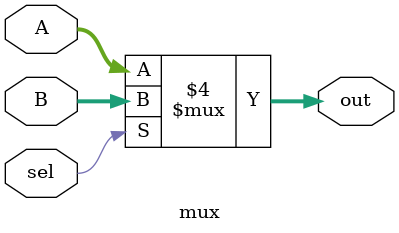
<source format=v>
`timescale 1ns / 1ps

module mux
(
    input sel,
    input [31 : 0] A, B,
    output reg [31 : 0] out
);
    always @ (*)
    if (!sel) out <= A;
    else out <= B;
    
endmodule

</source>
